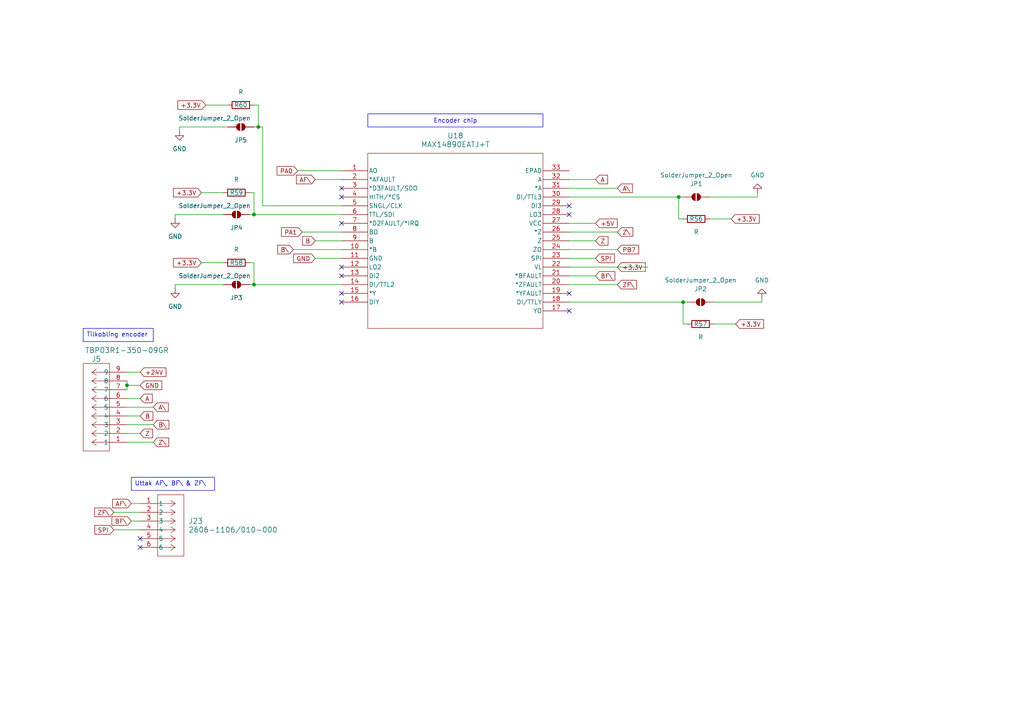
<source format=kicad_sch>
(kicad_sch (version 20231120) (generator "eeschema") (generator_version "8.0")
  (paper "A4")
  (lib_symbols
    (symbol "Device:R" (pin_numbers hide) (pin_names (offset 0))
      (property "Reference" "R" (at 2.032 0 90))
      (property "Value" "R" (at 0 0 90))
      (symbol "R_0_1"
        (rectangle (start -1.016 -2.54) (end 1.016 2.54) (stroke (width 0.254)))
      )
      (symbol "R_1_1"
        (pin passive line (at 0 3.81 270) (length 1.27) (name "~") (number "1"))
        (pin passive line (at 0 -3.81 90) (length 1.27) (name "~") (number "2"))
      )
    )
    (symbol "Jumper:SolderJumper_2_Open" (pin_numbers hide) (pin_names (offset 0) hide) (exclude_from_sim yes) (in_bom no)
      (property "Reference" "JP" (at 0 2.032 0))
      (property "Value" "SolderJumper_2_Open" (at 0 -2.54 0))
      (symbol "SolderJumper_2_Open_0_1"
        (arc (start -0.254 1.016) (mid -1.2656 0) (end -0.254 -1.016))
        (arc (start -0.254 1.016) (mid -1.2656 0) (end -0.254 -1.016) (fill (type outline)))
        (polyline (pts (xy -0.254 1.016) (xy -0.254 -1.016)))
        (polyline (pts (xy 0.254 1.016) (xy 0.254 -1.016)))
        (arc (start 0.254 -1.016) (mid 1.2656 0) (end 0.254 1.016))
        (arc (start 0.254 -1.016) (mid 1.2656 0) (end 0.254 1.016) (fill (type outline)))
      )
      (symbol "SolderJumper_2_Open_1_1"
        (pin passive line (at -3.81 0 0) (length 2.54) (name "A") (number "1"))
        (pin passive line (at 3.81 0 180) (length 2.54) (name "B") (number "2"))
      )
    )
    (symbol "_LIB_V25_symbols:2606-1106_010-000" (pin_names (offset 0.254))
      (property "Reference" "J" (at 8.89 6.35 0))
      (property "Value" "2606-1106/010-000" (at -0.762 10.668 0))
      (symbol "2606-1106_010-000_1_1"
        (polyline (pts (xy 5.08 -15.24) (xy 12.7 -15.24)) (stroke (width 0.127)))
        (polyline (pts (xy 5.08 2.54) (xy 5.08 -15.24)) (stroke (width 0.127)))
        (polyline (pts (xy 10.16 -12.7) (xy 5.08 -12.7)) (stroke (width 0.127)))
        (polyline (pts (xy 10.16 -12.7) (xy 8.89 -13.5467)) (stroke (width 0.127)))
        (polyline (pts (xy 10.16 -12.7) (xy 8.89 -11.8533)) (stroke (width 0.127)))
        (polyline (pts (xy 10.16 -10.16) (xy 5.08 -10.16)) (stroke (width 0.127)))
        (polyline (pts (xy 10.16 -10.16) (xy 8.89 -11.0067)) (stroke (width 0.127)))
        (polyline (pts (xy 10.16 -10.16) (xy 8.89 -9.3133)) (stroke (width 0.127)))
        (polyline (pts (xy 10.16 -7.62) (xy 5.08 -7.62)) (stroke (width 0.127)))
        (polyline (pts (xy 10.16 -7.62) (xy 8.89 -8.4667)) (stroke (width 0.127)))
        (polyline (pts (xy 10.16 -7.62) (xy 8.89 -6.7733)) (stroke (width 0.127)))
        (polyline (pts (xy 10.16 -5.08) (xy 5.08 -5.08)) (stroke (width 0.127)))
        (polyline (pts (xy 10.16 -5.08) (xy 8.89 -5.9267)) (stroke (width 0.127)))
        (polyline (pts (xy 10.16 -5.08) (xy 8.89 -4.2333)) (stroke (width 0.127)))
        (polyline (pts (xy 10.16 -2.54) (xy 5.08 -2.54)) (stroke (width 0.127)))
        (polyline (pts (xy 10.16 -2.54) (xy 8.89 -3.3867)) (stroke (width 0.127)))
        (polyline (pts (xy 10.16 -2.54) (xy 8.89 -1.6933)) (stroke (width 0.127)))
        (polyline (pts (xy 10.16 0) (xy 5.08 0)) (stroke (width 0.127)))
        (polyline (pts (xy 10.16 0) (xy 8.89 -0.8467)) (stroke (width 0.127)))
        (polyline (pts (xy 10.16 0) (xy 8.89 0.8467)) (stroke (width 0.127)))
        (polyline (pts (xy 12.7 -15.24) (xy 12.7 2.54)) (stroke (width 0.127)))
        (polyline (pts (xy 12.7 2.54) (xy 5.08 2.54)) (stroke (width 0.127)))
        (pin unspecified line (at 0 0 0) (length 5.08) (name "1") (number "1"))
        (pin unspecified line (at 0 -2.54 0) (length 5.08) (name "2") (number "2"))
        (pin unspecified line (at 0 -5.08 0) (length 5.08) (name "3") (number "3"))
        (pin unspecified line (at 0 -7.62 0) (length 5.08) (name "4") (number "4"))
        (pin unspecified line (at 0 -10.16 0) (length 5.08) (name "5") (number "5"))
        (pin unspecified line (at 0 -12.7 0) (length 5.08) (name "6") (number "6"))
      )
      (symbol "2606-1106_010-000_1_2"
        (polyline (pts (xy 5.08 -15.24) (xy 12.7 -15.24)) (stroke (width 0.127)))
        (polyline (pts (xy 5.08 2.54) (xy 5.08 -15.24)) (stroke (width 0.127)))
        (polyline (pts (xy 10.16 -12.7) (xy 5.08 -12.7)) (stroke (width 0.127)))
        (polyline (pts (xy 10.16 -12.7) (xy 8.89 -13.5467)) (stroke (width 0.127)))
        (polyline (pts (xy 10.16 -12.7) (xy 8.89 -11.8533)) (stroke (width 0.127)))
        (polyline (pts (xy 10.16 -10.16) (xy 5.08 -10.16)) (stroke (width 0.127)))
        (polyline (pts (xy 10.16 -10.16) (xy 8.89 -11.0067)) (stroke (width 0.127)))
        (polyline (pts (xy 10.16 -10.16) (xy 8.89 -9.3133)) (stroke (width 0.127)))
        (polyline (pts (xy 10.16 -7.62) (xy 5.08 -7.62)) (stroke (width 0.127)))
        (polyline (pts (xy 10.16 -7.62) (xy 8.89 -8.4667)) (stroke (width 0.127)))
        (polyline (pts (xy 10.16 -7.62) (xy 8.89 -6.7733)) (stroke (width 0.127)))
        (polyline (pts (xy 10.16 -5.08) (xy 5.08 -5.08)) (stroke (width 0.127)))
        (polyline (pts (xy 10.16 -5.08) (xy 8.89 -5.9267)) (stroke (width 0.127)))
        (polyline (pts (xy 10.16 -5.08) (xy 8.89 -4.2333)) (stroke (width 0.127)))
        (polyline (pts (xy 10.16 -2.54) (xy 5.08 -2.54)) (stroke (width 0.127)))
        (polyline (pts (xy 10.16 -2.54) (xy 8.89 -3.3867)) (stroke (width 0.127)))
        (polyline (pts (xy 10.16 -2.54) (xy 8.89 -1.6933)) (stroke (width 0.127)))
        (polyline (pts (xy 10.16 0) (xy 5.08 0)) (stroke (width 0.127)))
        (polyline (pts (xy 10.16 0) (xy 8.89 -0.8467)) (stroke (width 0.127)))
        (polyline (pts (xy 10.16 0) (xy 8.89 0.8467)) (stroke (width 0.127)))
        (polyline (pts (xy 12.7 -15.24) (xy 12.7 2.54)) (stroke (width 0.127)))
        (polyline (pts (xy 12.7 2.54) (xy 5.08 2.54)) (stroke (width 0.127)))
        (pin unspecified line (at 0 0 0) (length 5.08) (name "1") (number "1"))
        (pin unspecified line (at 0 -2.54 0) (length 5.08) (name "2") (number "2"))
        (pin unspecified line (at 0 -5.08 0) (length 5.08) (name "3") (number "3"))
        (pin unspecified line (at 0 -7.62 0) (length 5.08) (name "4") (number "4"))
        (pin unspecified line (at 0 -10.16 0) (length 5.08) (name "5") (number "5"))
        (pin unspecified line (at 0 -12.7 0) (length 5.08) (name "6") (number "6"))
      )
    )
    (symbol "_LIB_V25_symbols:2606-1109_020-000" (pin_names (offset 0.254))
      (property "Reference" "J" (at 8.89 6.35 0))
      (property "Value" "2606-1109/020-000" (at -5.842 6.858 0))
      (symbol "2606-1109_020-000_1_1"
        (polyline (pts (xy 5.08 -22.86) (xy 12.7 -22.86)) (stroke (width 0.127)))
        (polyline (pts (xy 5.08 2.54) (xy 5.08 -22.86)) (stroke (width 0.127)))
        (polyline (pts (xy 10.16 -20.32) (xy 5.08 -20.32)) (stroke (width 0.127)))
        (polyline (pts (xy 10.16 -20.32) (xy 8.89 -21.1667)) (stroke (width 0.127)))
        (polyline (pts (xy 10.16 -20.32) (xy 8.89 -19.4733)) (stroke (width 0.127)))
        (polyline (pts (xy 10.16 -17.78) (xy 5.08 -17.78)) (stroke (width 0.127)))
        (polyline (pts (xy 10.16 -17.78) (xy 8.89 -18.6267)) (stroke (width 0.127)))
        (polyline (pts (xy 10.16 -17.78) (xy 8.89 -16.9333)) (stroke (width 0.127)))
        (polyline (pts (xy 10.16 -15.24) (xy 5.08 -15.24)) (stroke (width 0.127)))
        (polyline (pts (xy 10.16 -15.24) (xy 8.89 -16.0867)) (stroke (width 0.127)))
        (polyline (pts (xy 10.16 -15.24) (xy 8.89 -14.3933)) (stroke (width 0.127)))
        (polyline (pts (xy 10.16 -12.7) (xy 5.08 -12.7)) (stroke (width 0.127)))
        (polyline (pts (xy 10.16 -12.7) (xy 8.89 -13.5467)) (stroke (width 0.127)))
        (polyline (pts (xy 10.16 -12.7) (xy 8.89 -11.8533)) (stroke (width 0.127)))
        (polyline (pts (xy 10.16 -10.16) (xy 5.08 -10.16)) (stroke (width 0.127)))
        (polyline (pts (xy 10.16 -10.16) (xy 8.89 -11.0067)) (stroke (width 0.127)))
        (polyline (pts (xy 10.16 -10.16) (xy 8.89 -9.3133)) (stroke (width 0.127)))
        (polyline (pts (xy 10.16 -7.62) (xy 5.08 -7.62)) (stroke (width 0.127)))
        (polyline (pts (xy 10.16 -7.62) (xy 8.89 -8.4667)) (stroke (width 0.127)))
        (polyline (pts (xy 10.16 -7.62) (xy 8.89 -6.7733)) (stroke (width 0.127)))
        (polyline (pts (xy 10.16 -5.08) (xy 5.08 -5.08)) (stroke (width 0.127)))
        (polyline (pts (xy 10.16 -5.08) (xy 8.89 -5.9267)) (stroke (width 0.127)))
        (polyline (pts (xy 10.16 -5.08) (xy 8.89 -4.2333)) (stroke (width 0.127)))
        (polyline (pts (xy 10.16 -2.54) (xy 5.08 -2.54)) (stroke (width 0.127)))
        (polyline (pts (xy 10.16 -2.54) (xy 8.89 -3.3867)) (stroke (width 0.127)))
        (polyline (pts (xy 10.16 -2.54) (xy 8.89 -1.6933)) (stroke (width 0.127)))
        (polyline (pts (xy 10.16 0) (xy 5.08 0)) (stroke (width 0.127)))
        (polyline (pts (xy 10.16 0) (xy 8.89 -0.8467)) (stroke (width 0.127)))
        (polyline (pts (xy 10.16 0) (xy 8.89 0.8467)) (stroke (width 0.127)))
        (polyline (pts (xy 12.7 -22.86) (xy 12.7 2.54)) (stroke (width 0.127)))
        (polyline (pts (xy 12.7 2.54) (xy 5.08 2.54)) (stroke (width 0.127)))
        (pin unspecified line (at 0 0 0) (length 5.08) (name "1") (number "1"))
        (pin unspecified line (at 0 -2.54 0) (length 5.08) (name "2") (number "2"))
        (pin unspecified line (at 0 -5.08 0) (length 5.08) (name "3") (number "3"))
        (pin unspecified line (at 0 -7.62 0) (length 5.08) (name "4") (number "4"))
        (pin unspecified line (at 0 -10.16 0) (length 5.08) (name "5") (number "5"))
        (pin unspecified line (at 0 -12.7 0) (length 5.08) (name "6") (number "6"))
        (pin unspecified line (at 0 -15.24 0) (length 5.08) (name "7") (number "7"))
        (pin unspecified line (at 0 -17.78 0) (length 5.08) (name "8") (number "8"))
        (pin unspecified line (at 0 -20.32 0) (length 5.08) (name "9") (number "9"))
      )
      (symbol "2606-1109_020-000_1_2"
        (polyline (pts (xy 5.08 -22.86) (xy 12.7 -22.86)) (stroke (width 0.127)))
        (polyline (pts (xy 5.08 2.54) (xy 5.08 -22.86)) (stroke (width 0.127)))
        (polyline (pts (xy 10.16 -20.32) (xy 5.08 -20.32)) (stroke (width 0.127)))
        (polyline (pts (xy 10.16 -20.32) (xy 8.89 -21.1667)) (stroke (width 0.127)))
        (polyline (pts (xy 10.16 -20.32) (xy 8.89 -19.4733)) (stroke (width 0.127)))
        (polyline (pts (xy 10.16 -17.78) (xy 5.08 -17.78)) (stroke (width 0.127)))
        (polyline (pts (xy 10.16 -17.78) (xy 8.89 -18.6267)) (stroke (width 0.127)))
        (polyline (pts (xy 10.16 -17.78) (xy 8.89 -16.9333)) (stroke (width 0.127)))
        (polyline (pts (xy 10.16 -15.24) (xy 5.08 -15.24)) (stroke (width 0.127)))
        (polyline (pts (xy 10.16 -15.24) (xy 8.89 -16.0867)) (stroke (width 0.127)))
        (polyline (pts (xy 10.16 -15.24) (xy 8.89 -14.3933)) (stroke (width 0.127)))
        (polyline (pts (xy 10.16 -12.7) (xy 5.08 -12.7)) (stroke (width 0.127)))
        (polyline (pts (xy 10.16 -12.7) (xy 8.89 -13.5467)) (stroke (width 0.127)))
        (polyline (pts (xy 10.16 -12.7) (xy 8.89 -11.8533)) (stroke (width 0.127)))
        (polyline (pts (xy 10.16 -10.16) (xy 5.08 -10.16)) (stroke (width 0.127)))
        (polyline (pts (xy 10.16 -10.16) (xy 8.89 -11.0067)) (stroke (width 0.127)))
        (polyline (pts (xy 10.16 -10.16) (xy 8.89 -9.3133)) (stroke (width 0.127)))
        (polyline (pts (xy 10.16 -7.62) (xy 5.08 -7.62)) (stroke (width 0.127)))
        (polyline (pts (xy 10.16 -7.62) (xy 8.89 -8.4667)) (stroke (width 0.127)))
        (polyline (pts (xy 10.16 -7.62) (xy 8.89 -6.7733)) (stroke (width 0.127)))
        (polyline (pts (xy 10.16 -5.08) (xy 5.08 -5.08)) (stroke (width 0.127)))
        (polyline (pts (xy 10.16 -5.08) (xy 8.89 -5.9267)) (stroke (width 0.127)))
        (polyline (pts (xy 10.16 -5.08) (xy 8.89 -4.2333)) (stroke (width 0.127)))
        (polyline (pts (xy 10.16 -2.54) (xy 5.08 -2.54)) (stroke (width 0.127)))
        (polyline (pts (xy 10.16 -2.54) (xy 8.89 -3.3867)) (stroke (width 0.127)))
        (polyline (pts (xy 10.16 -2.54) (xy 8.89 -1.6933)) (stroke (width 0.127)))
        (polyline (pts (xy 10.16 0) (xy 5.08 0)) (stroke (width 0.127)))
        (polyline (pts (xy 10.16 0) (xy 8.89 -0.8467)) (stroke (width 0.127)))
        (polyline (pts (xy 10.16 0) (xy 8.89 0.8467)) (stroke (width 0.127)))
        (polyline (pts (xy 12.7 -22.86) (xy 12.7 2.54)) (stroke (width 0.127)))
        (polyline (pts (xy 12.7 2.54) (xy 5.08 2.54)) (stroke (width 0.127)))
        (pin unspecified line (at 0 0 0) (length 5.08) (name "1") (number "1"))
        (pin unspecified line (at 0 -2.54 0) (length 5.08) (name "2") (number "2"))
        (pin unspecified line (at 0 -5.08 0) (length 5.08) (name "3") (number "3"))
        (pin unspecified line (at 0 -7.62 0) (length 5.08) (name "4") (number "4"))
        (pin unspecified line (at 0 -10.16 0) (length 5.08) (name "5") (number "5"))
        (pin unspecified line (at 0 -12.7 0) (length 5.08) (name "6") (number "6"))
        (pin unspecified line (at 0 -15.24 0) (length 5.08) (name "7") (number "7"))
        (pin unspecified line (at 0 -17.78 0) (length 5.08) (name "8") (number "8"))
        (pin unspecified line (at 0 -20.32 0) (length 5.08) (name "9") (number "9"))
      )
    )
    (symbol "_LIB_V25_symbols:MAX14890EATJ+T" (pin_names (offset 0.254))
      (property "Reference" "U" (at 33.02 10.16 0))
      (property "Value" "MAX14890EATJ+T" (at 33.02 7.62 0))
      (symbol "MAX14890EATJ+T_0_1"
        (polyline (pts (xy 7.62 -45.72) (xy 58.42 -45.72)) (stroke (width 0.127)))
        (polyline (pts (xy 7.62 5.08) (xy 7.62 -45.72)) (stroke (width 0.127)))
        (polyline (pts (xy 58.42 -45.72) (xy 58.42 5.08)) (stroke (width 0.127)))
        (polyline (pts (xy 58.42 5.08) (xy 7.62 5.08)) (stroke (width 0.127)))
        (pin unspecified line (at 0 0 0) (length 7.62) (name "AO") (number "1"))
        (pin unspecified line (at 0 -22.86 0) (length 7.62) (name "*B") (number "10"))
        (pin power_out line (at 0 -25.4 0) (length 7.62) (name "GND") (number "11"))
        (pin bidirectional line (at 0 -27.94 0) (length 7.62) (name "LO2") (number "12"))
        (pin bidirectional line (at 0 -30.48 0) (length 7.62) (name "DI2") (number "13"))
        (pin bidirectional line (at 0 -33.02 0) (length 7.62) (name "DI/TTL2") (number "14"))
        (pin unspecified line (at 0 -35.56 0) (length 7.62) (name "*Y") (number "15"))
        (pin unspecified line (at 0 -38.1 0) (length 7.62) (name "DIY") (number "16"))
        (pin unspecified line (at 66.04 -40.64 180) (length 7.62) (name "YO") (number "17"))
        (pin unspecified line (at 66.04 -38.1 180) (length 7.62) (name "DI/TTLY") (number "18"))
        (pin unspecified line (at 66.04 -35.56 180) (length 7.62) (name "*YFAULT") (number "19"))
        (pin unspecified line (at 0 -2.54 0) (length 7.62) (name "*AFAULT") (number "2"))
        (pin unspecified line (at 66.04 -33.02 180) (length 7.62) (name "*ZFAULT") (number "20"))
        (pin unspecified line (at 66.04 -30.48 180) (length 7.62) (name "*BFAULT") (number "21"))
        (pin unspecified line (at 66.04 -27.94 180) (length 7.62) (name "VL") (number "22"))
        (pin unspecified line (at 66.04 -25.4 180) (length 7.62) (name "SPI") (number "23"))
        (pin unspecified line (at 66.04 -22.86 180) (length 7.62) (name "ZO") (number "24"))
        (pin unspecified line (at 66.04 -20.32 180) (length 7.62) (name "Z") (number "25"))
        (pin unspecified line (at 66.04 -17.78 180) (length 7.62) (name "*Z") (number "26"))
        (pin power_in line (at 66.04 -15.24 180) (length 7.62) (name "VCC") (number "27"))
        (pin bidirectional line (at 66.04 -12.7 180) (length 7.62) (name "LO3") (number "28"))
        (pin bidirectional line (at 66.04 -10.16 180) (length 7.62) (name "DI3") (number "29"))
        (pin bidirectional line (at 0 -5.08 0) (length 7.62) (name "*D3FAULT/SDO") (number "3"))
        (pin bidirectional line (at 66.04 -7.62 180) (length 7.62) (name "DI/TTL3") (number "30"))
        (pin unspecified line (at 66.04 -5.08 180) (length 7.62) (name "*A") (number "31"))
        (pin unspecified line (at 66.04 -2.54 180) (length 7.62) (name "A") (number "32"))
        (pin unspecified line (at 66.04 0 180) (length 7.62) (name "EPAD") (number "33"))
        (pin unspecified line (at 0 -7.62 0) (length 7.62) (name "HITH/*CS") (number "4"))
        (pin unspecified line (at 0 -10.16 0) (length 7.62) (name "SNGL/CLK") (number "5"))
        (pin unspecified line (at 0 -12.7 0) (length 7.62) (name "TTL/SDI") (number "6"))
        (pin bidirectional line (at 0 -15.24 0) (length 7.62) (name "*D2FAULT/*IRQ") (number "7"))
        (pin unspecified line (at 0 -17.78 0) (length 7.62) (name "BO") (number "8"))
        (pin unspecified line (at 0 -20.32 0) (length 7.62) (name "B") (number "9"))
      )
    )
    (symbol "power:GND" (power) (pin_numbers hide) (pin_names (offset 0) hide)
      (property "Value" "GND" (at 0 -3.81 0))
      (symbol "GND_0_1"
        (polyline (pts (xy 0 0) (xy 0 -1.27) (xy 1.27 -1.27) (xy 0 -2.54) (xy -1.27 -1.27) (xy 0 -1.27)))
      )
      (symbol "GND_1_1"
        (pin power_in line (at 0 0 270) (length 0) (name "~") (number "1"))
      )
    )
  )
  (junction (at 74.93 36.83))
  (junction (at 36.83 111.76))
  (junction (at 196.85 57.15))
  (junction (at 198.12 87.63))
  (junction (at 73.66 62.23))
  (junction (at 73.66 82.55))
  (no_connect (at 165.1 85.09))
  (no_connect (at 99.06 85.09))
  (no_connect (at 40.64 156.21))
  (no_connect (at 165.1 59.69))
  (no_connect (at 165.1 62.23))
  (no_connect (at 165.1 90.17))
  (no_connect (at 99.06 57.15))
  (no_connect (at 99.06 54.61))
  (no_connect (at 99.06 87.63))
  (no_connect (at 40.64 158.75))
  (no_connect (at 99.06 80.01))
  (no_connect (at 99.06 64.77))
  (no_connect (at 99.06 77.47))
  (wire (pts (xy 72.39 82.55) (xy 73.66 82.55)))
  (wire (pts (xy 85.09 72.39) (xy 99.06 72.39)))
  (wire (pts (xy 165.1 69.85) (xy 172.72 69.85)))
  (wire (pts (xy 33.02 148.59) (xy 40.64 148.59)))
  (wire (pts (xy 73.66 36.83) (xy 74.93 36.83)))
  (wire (pts (xy 165.1 77.47) (xy 187.96 77.47)))
  (wire (pts (xy 87.63 67.31) (xy 99.06 67.31)))
  (wire (pts (xy 165.1 80.01) (xy 172.72 80.01)))
  (wire (pts (xy 76.2 36.83) (xy 76.2 59.69)))
  (wire (pts (xy 50.8 82.55) (xy 64.77 82.55)))
  (wire (pts (xy 36.83 107.95) (xy 40.64 107.95)))
  (wire (pts (xy 212.09 63.5) (xy 205.74 63.5)))
  (wire (pts (xy 199.39 93.98) (xy 198.12 93.98)))
  (wire (pts (xy 73.66 62.23) (xy 99.06 62.23)))
  (wire (pts (xy 99.06 59.69) (xy 76.2 59.69)))
  (wire (pts (xy 36.83 111.76) (xy 36.83 113.03)))
  (wire (pts (xy 73.66 82.55) (xy 99.06 82.55)))
  (wire (pts (xy 213.36 93.98) (xy 207.01 93.98)))
  (wire (pts (xy 58.42 55.88) (xy 64.77 55.88)))
  (wire (pts (xy 219.71 55.88) (xy 219.71 57.15)))
  (wire (pts (xy 91.44 74.93) (xy 99.06 74.93)))
  (wire (pts (xy 36.83 118.11) (xy 44.45 118.11)))
  (wire (pts (xy 219.71 57.15) (xy 205.74 57.15)))
  (wire (pts (xy 91.44 69.85) (xy 99.06 69.85)))
  (wire (pts (xy 198.12 87.63) (xy 198.12 93.98)))
  (wire (pts (xy 165.1 54.61) (xy 179.07 54.61)))
  (wire (pts (xy 198.12 57.15) (xy 196.85 57.15)))
  (wire (pts (xy 52.07 36.83) (xy 66.04 36.83)))
  (wire (pts (xy 199.39 87.63) (xy 198.12 87.63)))
  (wire (pts (xy 165.1 87.63) (xy 198.12 87.63)))
  (wire (pts (xy 76.2 36.83) (xy 74.93 36.83)))
  (wire (pts (xy 72.39 62.23) (xy 73.66 62.23)))
  (wire (pts (xy 72.39 55.88) (xy 73.66 55.88)))
  (wire (pts (xy 198.12 63.5) (xy 196.85 63.5)))
  (wire (pts (xy 36.83 120.65) (xy 40.64 120.65)))
  (wire (pts (xy 220.98 86.36) (xy 220.98 87.63)))
  (wire (pts (xy 52.07 38.1) (xy 52.07 36.83)))
  (wire (pts (xy 165.1 67.31) (xy 179.07 67.31)))
  (wire (pts (xy 50.8 62.23) (xy 64.77 62.23)))
  (wire (pts (xy 196.85 57.15) (xy 196.85 63.5)))
  (wire (pts (xy 33.02 153.67) (xy 40.64 153.67)))
  (wire (pts (xy 36.83 125.73) (xy 40.64 125.73)))
  (wire (pts (xy 165.1 74.93) (xy 172.72 74.93)))
  (wire (pts (xy 38.1 146.05) (xy 40.64 146.05)))
  (wire (pts (xy 73.66 82.55) (xy 73.66 76.2)))
  (wire (pts (xy 36.83 115.57) (xy 40.64 115.57)))
  (wire (pts (xy 59.69 30.48) (xy 66.04 30.48)))
  (wire (pts (xy 165.1 72.39) (xy 179.07 72.39)))
  (wire (pts (xy 38.1 151.13) (xy 40.64 151.13)))
  (wire (pts (xy 72.39 76.2) (xy 73.66 76.2)))
  (wire (pts (xy 86.36 49.53) (xy 99.06 49.53)))
  (wire (pts (xy 165.1 64.77) (xy 172.72 64.77)))
  (wire (pts (xy 36.83 111.76) (xy 36.83 110.49)))
  (wire (pts (xy 40.64 111.76) (xy 36.83 111.76)))
  (wire (pts (xy 50.8 83.82) (xy 50.8 82.55)))
  (wire (pts (xy 74.93 30.48) (xy 74.93 36.83)))
  (wire (pts (xy 73.66 30.48) (xy 74.93 30.48)))
  (wire (pts (xy 58.42 76.2) (xy 64.77 76.2)))
  (wire (pts (xy 91.44 52.07) (xy 99.06 52.07)))
  (wire (pts (xy 165.1 52.07) (xy 172.72 52.07)))
  (wire (pts (xy 220.98 87.63) (xy 207.01 87.63)))
  (wire (pts (xy 165.1 82.55) (xy 179.07 82.55)))
  (wire (pts (xy 36.83 128.27) (xy 44.45 128.27)))
  (wire (pts (xy 36.83 123.19) (xy 44.45 123.19)))
  (wire (pts (xy 165.1 57.15) (xy 196.85 57.15)))
  (wire (pts (xy 50.8 63.5) (xy 50.8 62.23)))
  (wire (pts (xy 73.66 62.23) (xy 73.66 55.88)))
  (text_box "Encoder chip" (at 106.68 33.02 0) (size 50.8 3.81) (effects (font (size 1.27 1.27))))
  (text_box "Tilkobling encoder" (at 24.13 95.25 0) (size 20.32 3.81) (effects (font (size 1.27 1.27)) (justify left top)))
  (text_box "Uttak AF\\, BF\\ & ZF\\\n\n" (at 38.1 138.43 0) (size 24.13 3.81) (effects (font (size 1.27 1.27)) (justify left top)))
  (global_label "ZF\\" (shape input) (at 33.02 148.59 180) (property "Intersheetrefs" "${INTERSHEET_REFS}" (effects (hide yes))))
  (global_label "AF\\" (shape input) (at 91.44 52.07 180) (property "Intersheetrefs" "${INTERSHEET_REFS}" (effects (hide yes))))
  (global_label "ZF\\" (shape input) (at 179.07 82.55 0) (property "Intersheetrefs" "${INTERSHEET_REFS}" (effects (hide yes))))
  (global_label "B" (shape input) (at 91.44 69.85 180) (property "Intersheetrefs" "${INTERSHEET_REFS}" (effects (hide yes))))
  (global_label "+24V" (shape input) (at 40.64 107.95 0) (property "Intersheetrefs" "${INTERSHEET_REFS}" (effects (hide yes))))
  (global_label "+3.3V" (shape input) (at 212.09 63.5 0) (property "Intersheetrefs" "${INTERSHEET_REFS}" (effects (hide yes))))
  (global_label "+5V" (shape input) (at 172.72 64.77 0) (property "Intersheetrefs" "${INTERSHEET_REFS}" (effects (hide yes))))
  (global_label "Z" (shape input) (at 172.72 69.85 0) (property "Intersheetrefs" "${INTERSHEET_REFS}" (effects (hide yes))))
  (global_label "A\\" (shape input) (at 179.07 54.61 0) (property "Intersheetrefs" "${INTERSHEET_REFS}" (effects (hide yes))))
  (global_label "SPI" (shape input) (at 172.72 74.93 0) (property "Intersheetrefs" "${INTERSHEET_REFS}" (effects (hide yes))))
  (global_label "A\\" (shape input) (at 44.45 118.11 0) (property "Intersheetrefs" "${INTERSHEET_REFS}" (effects (hide yes))))
  (global_label "PB7" (shape input) (at 179.07 72.39 0) (property "Intersheetrefs" "${INTERSHEET_REFS}" (effects (hide yes))))
  (global_label "Z" (shape input) (at 40.64 125.73 0) (property "Intersheetrefs" "${INTERSHEET_REFS}" (effects (hide yes))))
  (global_label "PA1" (shape input) (at 87.63 67.31 180) (property "Intersheetrefs" "${INTERSHEET_REFS}" (effects (hide yes))))
  (global_label "A" (shape input) (at 172.72 52.07 0) (property "Intersheetrefs" "${INTERSHEET_REFS}" (effects (hide yes))))
  (global_label "BF\\" (shape input) (at 172.72 80.01 0) (property "Intersheetrefs" "${INTERSHEET_REFS}" (effects (hide yes))))
  (global_label "+3.3V" (shape input) (at 213.36 93.98 0) (property "Intersheetrefs" "${INTERSHEET_REFS}" (effects (hide yes))))
  (global_label "+3.3V" (shape input) (at 59.69 30.48 180) (property "Intersheetrefs" "${INTERSHEET_REFS}" (effects (hide yes))))
  (global_label "B\\" (shape input) (at 85.09 72.39 180) (property "Intersheetrefs" "${INTERSHEET_REFS}" (effects (hide yes))))
  (global_label "AF\\" (shape input) (at 38.1 146.05 180) (property "Intersheetrefs" "${INTERSHEET_REFS}" (effects (hide yes))))
  (global_label "+3.3V" (shape input) (at 179.07 77.47 0) (property "Intersheetrefs" "${INTERSHEET_REFS}" (effects (hide yes))))
  (global_label "PA0" (shape input) (at 86.36 49.53 180) (property "Intersheetrefs" "${INTERSHEET_REFS}" (effects (hide yes))))
  (global_label "BF\\" (shape input) (at 38.1 151.13 180) (property "Intersheetrefs" "${INTERSHEET_REFS}" (effects (hide yes))))
  (global_label "Z\\" (shape input) (at 179.07 67.31 0) (property "Intersheetrefs" "${INTERSHEET_REFS}" (effects (hide yes))))
  (global_label "+3.3V" (shape input) (at 58.42 76.2 180) (property "Intersheetrefs" "${INTERSHEET_REFS}" (effects (hide yes))))
  (global_label "+3.3V" (shape input) (at 58.42 55.88 180) (property "Intersheetrefs" "${INTERSHEET_REFS}" (effects (hide yes))))
  (global_label "GND" (shape input) (at 91.44 74.93 180) (property "Intersheetrefs" "${INTERSHEET_REFS}" (effects (hide yes))))
  (global_label "SPI" (shape input) (at 33.02 153.67 180) (property "Intersheetrefs" "${INTERSHEET_REFS}" (effects (hide yes))))
  (global_label "A" (shape input) (at 40.64 115.57 0) (property "Intersheetrefs" "${INTERSHEET_REFS}" (effects (hide yes))))
  (global_label "Z\\" (shape input) (at 44.45 128.27 0) (property "Intersheetrefs" "${INTERSHEET_REFS}" (effects (hide yes))))
  (global_label "B\\" (shape input) (at 44.45 123.19 0) (property "Intersheetrefs" "${INTERSHEET_REFS}" (effects (hide yes))))
  (global_label "B" (shape input) (at 40.64 120.65 0) (property "Intersheetrefs" "${INTERSHEET_REFS}" (effects (hide yes))))
  (global_label "GND" (shape input) (at 40.64 111.76 0) (property "Intersheetrefs" "${INTERSHEET_REFS}" (effects (hide yes))))
  (symbol (lib_id "power:GND") (at 52.07 38.1 0) (unit 1)
    (property "Reference" "#PWR044" (effects (hide yes)))
    (property "Value" "GND" (at 52.07 43.18 0))
    (property "Description" "Power symbol creates a global label with name \"GND\" , ground" (effects (hide yes)))
  )
  (symbol (lib_id "Jumper:SolderJumper_2_Open") (at 201.93 57.15 180) (unit 1) (exclude_from_sim yes) (in_bom no)
    (property "Reference" "JP1" (at 201.93 53.34 0))
    (property "Value" "SolderJumper_2_Open" (at 201.93 50.8 0))
    (property "Footprint" "Jumper:SolderJumper-2_P1.3mm_Open_Pad1.0x1.5mm" (effects (hide yes)))
    (property "Description" "Solder Jumper, 2-pole, open" (effects (hide yes)))
  )
  (symbol (lib_id "Jumper:SolderJumper_2_Open") (at 68.58 82.55 0) (unit 1) (exclude_from_sim yes) (in_bom no)
    (property "Reference" "JP3" (at 68.58 86.36 0))
    (property "Value" "SolderJumper_2_Open" (at 62.23 80.01 0))
    (property "Footprint" "Jumper:SolderJumper-2_P1.3mm_Open_Pad1.0x1.5mm" (effects (hide yes)))
    (property "Description" "Solder Jumper, 2-pole, open" (effects (hide yes)))
  )
  (symbol (lib_id "_LIB_V25_symbols:2606-1109_020-000") (at 36.83 128.27 180) (unit 1)
    (property "Reference" "J5" (at 27.94 104.14 0) (effects (font (size 1.524 1.524))))
    (property "Value" "TBP03R1-350-09GR" (at 36.83 101.6 0) (effects (font (size 1.524 1.524))))
    (property "Footprint" "_Library_Nytt:TBP03R1-350-03GR" (effects (hide yes)))
    (property "Datasheet" "2606-1109/020-000" (effects (hide yes)))
  )
  (symbol (lib_id "Device:R") (at 201.93 63.5 270) (unit 1)
    (property "Reference" "R56" (at 201.93 63.5 90))
    (property "Value" "R" (at 201.93 67.31 90))
    (property "Footprint" "Resistor_SMD:R_1206_3216Metric_Pad1.30x1.75mm_HandSolder" (effects (hide yes)))
    (property "Description" "Resistor" (effects (hide yes)))
  )
  (symbol (lib_id "Device:R") (at 203.2 93.98 270) (unit 1)
    (property "Reference" "R57" (at 203.2 93.98 90))
    (property "Value" "R" (at 203.2 97.79 90))
    (property "Footprint" "Resistor_SMD:R_1206_3216Metric_Pad1.30x1.75mm_HandSolder" (effects (hide yes)))
    (property "Description" "Resistor" (effects (hide yes)))
  )
  (symbol (lib_id "power:GND") (at 50.8 83.82 0) (unit 1)
    (property "Reference" "#PWR042" (effects (hide yes)))
    (property "Value" "GND" (at 50.8 88.9 0))
    (property "Description" "Power symbol creates a global label with name \"GND\" , ground" (effects (hide yes)))
  )
  (symbol (lib_id "Device:R") (at 69.85 30.48 90) (unit 1)
    (property "Reference" "R60" (at 69.85 30.48 90))
    (property "Value" "R" (at 69.85 26.67 90))
    (property "Footprint" "Resistor_SMD:R_1206_3216Metric_Pad1.30x1.75mm_HandSolder" (effects (hide yes)))
    (property "Description" "Resistor" (effects (hide yes)))
  )
  (symbol (lib_id "Jumper:SolderJumper_2_Open") (at 69.85 36.83 0) (unit 1) (exclude_from_sim yes) (in_bom no)
    (property "Reference" "JP5" (at 69.85 40.64 0))
    (property "Value" "SolderJumper_2_Open" (at 62.23 34.29 0))
    (property "Footprint" "Jumper:SolderJumper-2_P1.3mm_Open_Pad1.0x1.5mm" (effects (hide yes)))
    (property "Description" "Solder Jumper, 2-pole, open" (effects (hide yes)))
  )
  (symbol (lib_id "Jumper:SolderJumper_2_Open") (at 68.58 62.23 0) (unit 1) (exclude_from_sim yes) (in_bom no)
    (property "Reference" "JP4" (at 68.58 66.04 0))
    (property "Value" "SolderJumper_2_Open" (at 62.23 59.69 0))
    (property "Footprint" "Jumper:SolderJumper-2_P1.3mm_Open_Pad1.0x1.5mm" (effects (hide yes)))
    (property "Description" "Solder Jumper, 2-pole, open" (effects (hide yes)))
  )
  (symbol (lib_id "Jumper:SolderJumper_2_Open") (at 203.2 87.63 180) (unit 1) (exclude_from_sim yes) (in_bom no)
    (property "Reference" "JP2" (at 203.2 83.82 0))
    (property "Value" "SolderJumper_2_Open" (at 203.2 81.28 0))
    (property "Footprint" "Jumper:SolderJumper-2_P1.3mm_Open_Pad1.0x1.5mm" (effects (hide yes)))
    (property "Description" "Solder Jumper, 2-pole, open" (effects (hide yes)))
  )
  (symbol (lib_id "power:GND") (at 50.8 63.5 0) (unit 1)
    (property "Reference" "#PWR043" (effects (hide yes)))
    (property "Value" "GND" (at 50.8 68.58 0))
    (property "Description" "Power symbol creates a global label with name \"GND\" , ground" (effects (hide yes)))
  )
  (symbol (lib_id "_LIB_V25_symbols:MAX14890EATJ+T") (at 99.06 49.53 0) (unit 1)
    (property "Reference" "U18" (at 132.08 39.37 0) (effects (font (size 1.524 1.524))))
    (property "Value" "MAX14890EATJ+T" (at 132.08 41.91 0) (effects (font (size 1.524 1.524))))
    (property "Footprint" "_Library_Nytt:21-0140_T3255&plus_6_MXM_Encoder_chip" (effects (hide yes)))
    (property "Datasheet" "MAX14890EATJ+T" (effects (hide yes)))
  )
  (symbol (lib_id "_LIB_V25_symbols:2606-1106_010-000") (at 40.64 146.05 0) (unit 1)
    (property "Reference" "J23" (at 54.61 151.1299 0) (effects (font (size 1.524 1.524)) (justify left)))
    (property "Value" "2606-1106/010-000" (at 54.61 153.6699 0) (effects (font (size 1.524 1.524)) (justify left)))
    (property "Footprint" "_Library_Nytt:6PinHeaderConnector_Strømsensor" (effects (hide yes)))
    (property "Datasheet" "2606-1106/010-000" (effects (hide yes)))
  )
  (symbol (lib_id "Device:R") (at 68.58 55.88 90) (unit 1)
    (property "Reference" "R59" (at 68.58 55.88 90))
    (property "Value" "R" (at 68.58 52.07 90))
    (property "Footprint" "Resistor_SMD:R_1206_3216Metric_Pad1.30x1.75mm_HandSolder" (effects (hide yes)))
    (property "Description" "Resistor" (effects (hide yes)))
  )
  (symbol (lib_id "power:GND") (at 220.98 86.36 180) (unit 1)
    (property "Reference" "#PWR041" (effects (hide yes)))
    (property "Value" "GND" (at 220.98 81.28 0))
    (property "Description" "Power symbol creates a global label with name \"GND\" , ground" (effects (hide yes)))
  )
  (symbol (lib_id "Device:R") (at 68.58 76.2 90) (unit 1)
    (property "Reference" "R58" (at 68.58 76.2 90))
    (property "Value" "R" (at 68.58 72.39 90))
    (property "Footprint" "Resistor_SMD:R_1206_3216Metric_Pad1.30x1.75mm_HandSolder" (effects (hide yes)))
    (property "Description" "Resistor" (effects (hide yes)))
  )
  (symbol (lib_id "power:GND") (at 219.71 55.88 180) (unit 1)
    (property "Reference" "#PWR040" (effects (hide yes)))
    (property "Value" "GND" (at 219.71 50.8 0))
    (property "Description" "Power symbol creates a global label with name \"GND\" , ground" (effects (hide yes)))
  )
)
</source>
